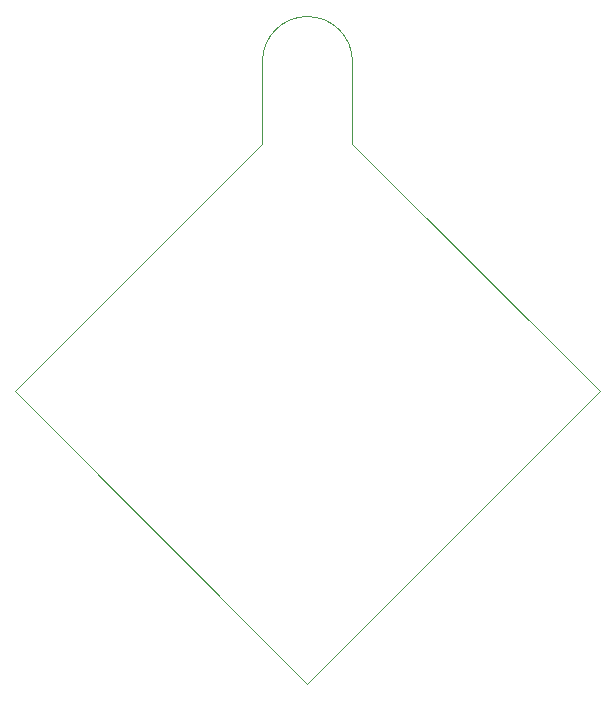
<source format=gm1>
G04 #@! TF.GenerationSoftware,KiCad,Pcbnew,(5.1.9)-1*
G04 #@! TF.CreationDate,2021-03-26T23:35:01-07:00*
G04 #@! TF.ProjectId,mole-diamond-keychain-alt,6d6f6c65-2d64-4696-916d-6f6e642d6b65,A*
G04 #@! TF.SameCoordinates,Original*
G04 #@! TF.FileFunction,Profile,NP*
%FSLAX46Y46*%
G04 Gerber Fmt 4.6, Leading zero omitted, Abs format (unit mm)*
G04 Created by KiCad (PCBNEW (5.1.9)-1) date 2021-03-26 23:35:01*
%MOMM*%
%LPD*%
G01*
G04 APERTURE LIST*
G04 #@! TA.AperFunction,Profile*
%ADD10C,0.050000*%
G04 #@! TD*
G04 APERTURE END LIST*
D10*
X-3810004Y53340004D02*
G75*
G02*
X3809994Y53340006I3809999J1D01*
G01*
X3810000Y46355000D02*
X3809994Y53340006D01*
X-3810006Y53340005D02*
X-3810006Y46355000D01*
X24765000Y25400000D02*
X0Y635000D01*
X3809994Y46355000D02*
X24765000Y25400000D01*
X-24765000Y25400000D02*
X-3810000Y46355000D01*
X0Y635000D02*
X-24765000Y25400000D01*
M02*

</source>
